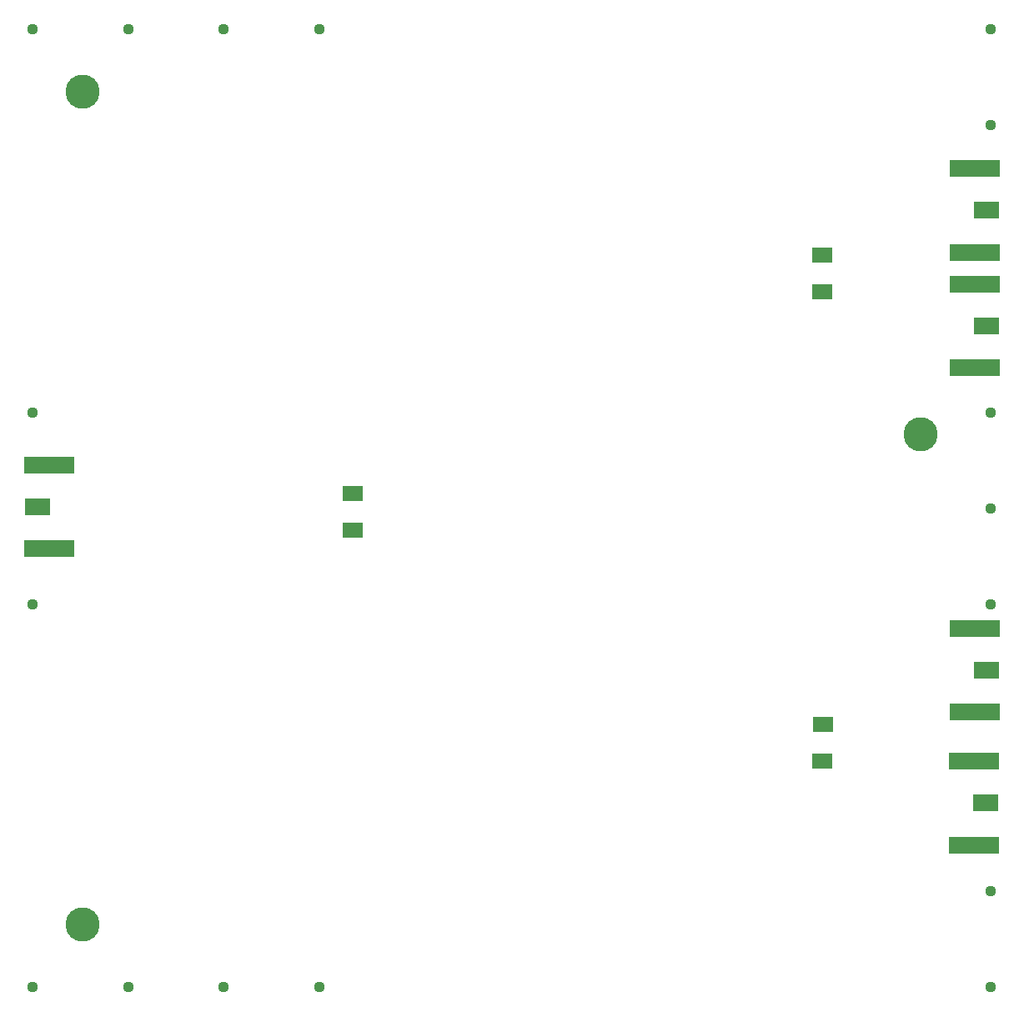
<source format=gbr>
G04 EAGLE Gerber X2 export*
G75*
%MOMM*%
%FSLAX34Y34*%
%LPD*%
%AMOC8*
5,1,8,0,0,1.08239X$1,22.5*%
G01*
%ADD10C,3.467100*%
%ADD11R,2.565400X1.701800*%
%ADD12R,5.105400X1.803400*%
%ADD13R,2.006600X1.498600*%
%ADD14C,1.117600*%


D10*
X63500Y76200D03*
X914400Y574040D03*
X63500Y922020D03*
D11*
X18442Y500500D03*
D12*
X30291Y457955D03*
X30291Y543045D03*
D11*
X981458Y801800D03*
D12*
X969609Y844345D03*
X969609Y759255D03*
D11*
X981358Y684600D03*
D12*
X969509Y727145D03*
X969509Y642055D03*
D11*
X981158Y199700D03*
D12*
X969309Y242245D03*
X969309Y157155D03*
D11*
X981258Y334900D03*
D12*
X969409Y377445D03*
X969409Y292355D03*
D13*
X338246Y477158D03*
X338500Y514496D03*
X814546Y718858D03*
X814800Y756196D03*
X815046Y242358D03*
X815300Y279696D03*
D14*
X12700Y985520D03*
X985520Y499110D03*
X12700Y596392D03*
X12700Y401828D03*
X109982Y12700D03*
X207264Y12700D03*
X985520Y12700D03*
X985520Y109982D03*
X985520Y401828D03*
X985520Y596392D03*
X985520Y888238D03*
X985520Y985520D03*
X304546Y985520D03*
X207264Y985520D03*
X109982Y985520D03*
X304546Y12700D03*
X12700Y12700D03*
M02*

</source>
